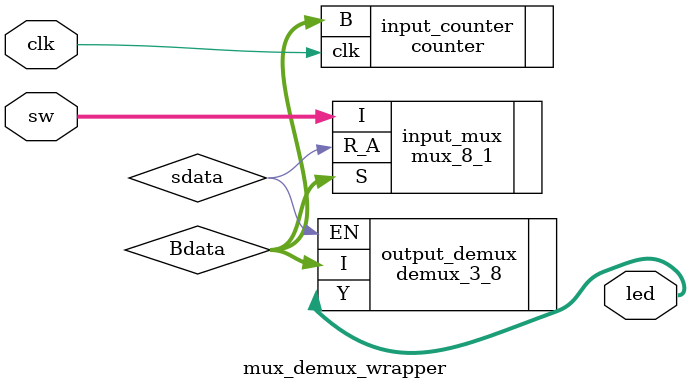
<source format=v>
`timescale 1ns / 1ps
module mux_demux_wrapper(
    input clk,
    input [7:0] sw,
    output [7:0] led
);

wire sdata;
wire [2:0] Bdata;

counter input_counter(
    .clk(clk),
    .B(Bdata)
);

mux_8_1 input_mux(
    .I(sw),
    .S(Bdata),
    .R_A(sdata)
);

demux_3_8 output_demux(
    .EN(sdata),
    .I(Bdata),
    .Y(led)
);

endmodule
</source>
